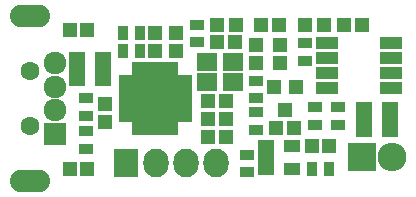
<source format=gbr>
G04 #@! TF.FileFunction,Soldermask,Top*
%FSLAX46Y46*%
G04 Gerber Fmt 4.6, Leading zero omitted, Abs format (unit mm)*
G04 Created by KiCad (PCBNEW 4.0.5) date Monday, February 13, 2017 'AMt' 09:35:04 AM*
%MOMM*%
%LPD*%
G01*
G04 APERTURE LIST*
%ADD10C,0.100000*%
%ADD11R,1.150000X1.200000*%
%ADD12R,1.200000X1.150000*%
%ADD13R,1.200000X1.300000*%
%ADD14R,1.200000X1.200000*%
%ADD15R,1.460000X1.050000*%
%ADD16C,1.600000*%
%ADD17O,3.400000X1.900000*%
%ADD18R,1.924000X1.924000*%
%ADD19C,1.924000*%
%ADD20R,2.127200X2.432000*%
%ADD21O,2.127200X2.432000*%
%ADD22R,2.432000X2.432000*%
%ADD23O,2.432000X2.432000*%
%ADD24R,0.900000X1.300000*%
%ADD25R,1.300000X0.900000*%
%ADD26R,0.700000X1.200000*%
%ADD27R,1.200000X0.700000*%
%ADD28R,4.000000X4.000000*%
%ADD29R,1.950000X1.000000*%
%ADD30R,1.800000X1.600000*%
G04 APERTURE END LIST*
D10*
D11*
X103000000Y-68750000D03*
X103000000Y-67250000D03*
X107000000Y-62500000D03*
X107000000Y-64000000D03*
D12*
X114500000Y-60750000D03*
X116000000Y-60750000D03*
X103750000Y-62250000D03*
X105250000Y-62250000D03*
X104500000Y-70250000D03*
X103000000Y-70250000D03*
X91250000Y-61250000D03*
X92750000Y-61250000D03*
D11*
X100300000Y-61500000D03*
X100300000Y-63000000D03*
X109050000Y-62500000D03*
X109050000Y-64000000D03*
X104500000Y-68750000D03*
X104500000Y-67250000D03*
D12*
X108750000Y-69500000D03*
X110250000Y-69500000D03*
D11*
X94250000Y-69000000D03*
X94250000Y-67500000D03*
X98500000Y-61500000D03*
X98500000Y-63000000D03*
D12*
X113250000Y-71000000D03*
X111750000Y-71000000D03*
X107500000Y-60750000D03*
X109000000Y-60750000D03*
D13*
X110450000Y-66000000D03*
X108550000Y-66000000D03*
X109500000Y-68000000D03*
D14*
X103700000Y-60750000D03*
X105300000Y-60750000D03*
X111200000Y-60750000D03*
X112800000Y-60750000D03*
D15*
X91900000Y-63550000D03*
X91900000Y-64500000D03*
X91900000Y-65450000D03*
X94100000Y-65450000D03*
X94100000Y-63550000D03*
X94100000Y-64500000D03*
X116200000Y-67850000D03*
X116200000Y-68800000D03*
X116200000Y-69750000D03*
X118400000Y-69750000D03*
X118400000Y-67850000D03*
X118400000Y-68800000D03*
D16*
X87900000Y-69300000D03*
D17*
X87900000Y-60000000D03*
D18*
X90000000Y-70000000D03*
D19*
X90000000Y-68000000D03*
X90000000Y-66000000D03*
X90000000Y-64000000D03*
D17*
X87900000Y-74000000D03*
D16*
X87900000Y-64700000D03*
D20*
X96000000Y-72500000D03*
D21*
X98540000Y-72500000D03*
X101080000Y-72500000D03*
X103620000Y-72500000D03*
D22*
X116000000Y-72000000D03*
D23*
X118540000Y-72000000D03*
D24*
X95750000Y-61500000D03*
X97250000Y-61500000D03*
X95750000Y-63000000D03*
X97250000Y-63000000D03*
D25*
X107000000Y-68150000D03*
X107000000Y-69650000D03*
X106250000Y-71750000D03*
X106250000Y-73250000D03*
X107000000Y-67000000D03*
X107000000Y-65500000D03*
D24*
X111750000Y-73000000D03*
X113250000Y-73000000D03*
D25*
X92600000Y-71250000D03*
X92600000Y-69750000D03*
X92600000Y-67000000D03*
X92600000Y-68500000D03*
X112000000Y-69250000D03*
X112000000Y-67750000D03*
X102000000Y-62250000D03*
X102000000Y-60750000D03*
X111150000Y-63850000D03*
X111150000Y-62350000D03*
X114000000Y-67750000D03*
X114000000Y-69250000D03*
D26*
X96875000Y-69500000D03*
X97525000Y-69500000D03*
X98175000Y-69500000D03*
X98825000Y-69500000D03*
X99475000Y-69500000D03*
X100125000Y-69500000D03*
D27*
X101000000Y-68625000D03*
X101000000Y-67975000D03*
X101000000Y-67325000D03*
X101000000Y-66675000D03*
X101000000Y-66025000D03*
X101000000Y-65375000D03*
D26*
X100125000Y-64500000D03*
X99475000Y-64500000D03*
X98825000Y-64500000D03*
X98175000Y-64500000D03*
X97525000Y-64500000D03*
X96875000Y-64500000D03*
D27*
X96000000Y-65375000D03*
X96000000Y-66025000D03*
X96000000Y-66675000D03*
X96000000Y-67325000D03*
X96000000Y-67975000D03*
X96000000Y-68625000D03*
D28*
X98500000Y-67000000D03*
D15*
X107900000Y-71050000D03*
X107900000Y-72000000D03*
X107900000Y-72950000D03*
X110100000Y-72950000D03*
X110100000Y-71050000D03*
D29*
X113050000Y-62345000D03*
X113050000Y-63615000D03*
X113050000Y-64885000D03*
X113050000Y-66155000D03*
X118450000Y-66155000D03*
X118450000Y-64885000D03*
X118450000Y-63615000D03*
X118450000Y-62345000D03*
D30*
X102900000Y-65600000D03*
X105100000Y-65600000D03*
X105100000Y-63900000D03*
X102900000Y-63900000D03*
D12*
X91250000Y-73000000D03*
X92750000Y-73000000D03*
M02*

</source>
